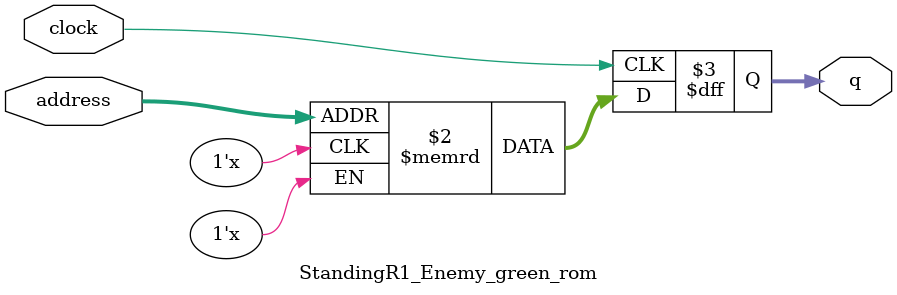
<source format=sv>
module StandingR1_Enemy_green_rom (
	input logic clock,
	input logic [11:0] address,
	output logic [2:0] q
);

logic [2:0] memory [0:2639] /* synthesis ram_init_file = "./StandingR1_Enemy_green/StandingR1_Enemy_green.mif" */;

always_ff @ (posedge clock) begin
	q <= memory[address];
end

endmodule

</source>
